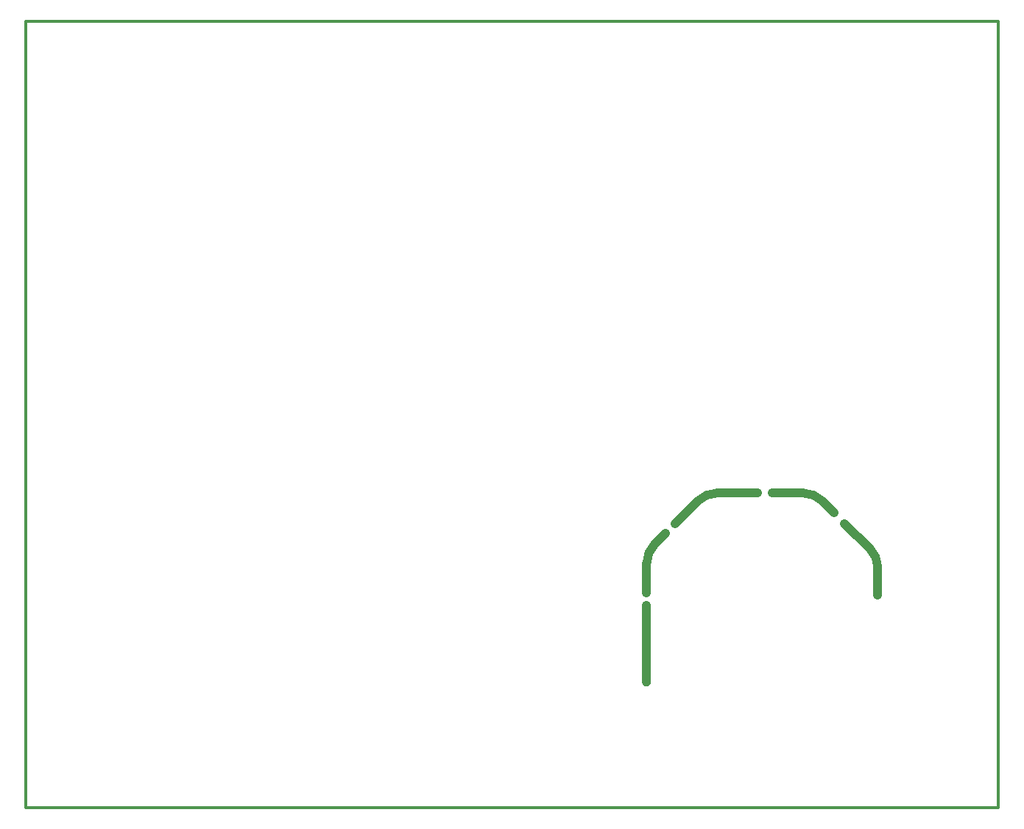
<source format=gbr>
%TF.GenerationSoftware,Altium Limited,Altium Designer,23.1.1 (15)*%
G04 Layer_Color=16711935*
%FSLAX45Y45*%
%MOMM*%
%TF.SameCoordinates,06D7CB19-584F-49B0-A036-24662F40C1B1*%
%TF.FilePolarity,Positive*%
%TF.FileFunction,Keep-out,Top*%
%TF.Part,Single*%
G01*
G75*
%TA.AperFunction,NonConductor*%
%ADD100C,0.30000*%
%ADD163C,1.00000*%
D100*
X-965201Y-9603740D02*
X-965200Y-18661380D01*
X-965201Y-9603740D02*
X10220959D01*
X10220960Y-18661380D01*
X-965200D02*
X10220960D01*
D163*
X6174740Y-17213580D02*
G03*
X6177280Y-17207448I-6132J6132D01*
G01*
X6267082Y-15627718D02*
G03*
X6177280Y-15844521I216802J-216802D01*
G01*
X6985000Y-15036800D02*
G03*
X6768198Y-15126602I0J-306605D01*
G01*
X8194942D02*
G03*
X7978140Y-15036800I-216802J-216802D01*
G01*
X8834120Y-15892780D02*
G03*
X8744318Y-15675978I-306605J0D01*
G01*
X8454390Y-15386050D02*
X8744318Y-15675978D01*
X8194942Y-15126602D02*
X8332286Y-15263947D01*
X7625080Y-15036800D02*
X7978140D01*
X6985000D02*
X7452360D01*
X6507480Y-15387320D02*
X6768198Y-15126602D01*
X6267082Y-15627718D02*
X6392361Y-15502438D01*
X6177280Y-16185252D02*
Y-15844521D01*
Y-17207448D02*
Y-16332201D01*
X8834120Y-16212820D02*
Y-15892780D01*
%TF.MD5,057e57cb849c07ee9263e3322f273437*%
M02*

</source>
